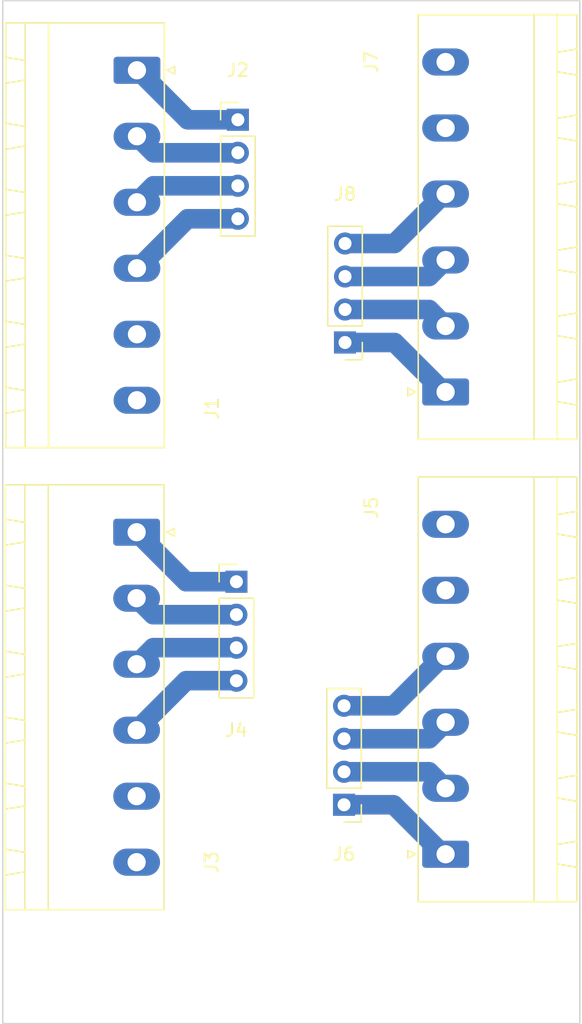
<source format=kicad_pcb>
(kicad_pcb (version 20211014) (generator pcbnew)
  (layers (0 "F.Cu" signal) (31 "B.Cu" signal) (34 "B.Paste" user) (35 "F.Paste" user) (36 "B.SilkS" user "B.Silkscreen") (37 "F.SilkS" user "F.Silkscreen") (38 "B.Mask" user) (39 "F.Mask" user) (44 "Edge.Cuts" user))
  (net 0 "")
  (net 1 "Net-(J2-Pad1)")
  (net 2 "Net-(J2-Pad2)")
  (net 3 "Net-(J2-Pad3)")
  (net 4 "Net-(J2-Pad4)")
  (net 7 "Net-(J3-Pad1)")
  (net 8 "Net-(J3-Pad2)")
  (net 9 "Net-(J3-Pad3)")
  (net 10 "Net-(J3-Pad4)")
  (net 13 "Net-(J5-Pad1)")
  (net 14 "Net-(J5-Pad2)")
  (net 15 "Net-(J5-Pad3)")
  (net 16 "Net-(J5-Pad4)")
  (net 19 "Net-(J7-Pad1)")
  (net 20 "Net-(J7-Pad2)")
  (net 21 "Net-(J7-Pad3)")
  (net 22 "Net-(J7-Pad4)")
  (footprint "MountingHole:MountingHole_3mm" (layer "F.Cu") (at 136 66)
    (fp_text reference "Hole1" hide)
    (fp_text value "MountingHole_3mm" hide)
    (pad "" np_thru_hole circle (at 0 0) (size 3 3) (drill 3) (layers *.Cu *.Mask))
  )
  (footprint "Connector_PinHeader_2.54mm:PinHeader_1x04_P2.54mm_Vertical" (layer "F.Cu") (at 138.9888 123.8504 180)
    (fp_text reference "J6" (at 0 -3.82) (layer "F.SilkS"))
    (fp_text value "X Axis")
    (fp_line (start -1.33 1.27) (end 1.33 1.27) (layer "F.SilkS") (width 0.12))
    (fp_line (start -1.33 8.95) (end 1.33 8.95) (layer "F.SilkS") (width 0.12))
    (fp_line (start -1.33 -1.33) (end 0 -1.33) (layer "F.SilkS") (width 0.12))
    (fp_line (start -1.33 0) (end -1.33 -1.33) (layer "F.SilkS") (width 0.12))
    (fp_line (start -1.33 1.27) (end -1.33 8.95) (layer "F.SilkS") (width 0.12))
    (fp_line (start 1.33 1.27) (end 1.33 8.95) (layer "F.SilkS") (width 0.12))
    (pad "1" thru_hole rect (at 0 0 180) (size 1.7 1.7) (drill 1) (layers *.Cu *.Mask) (net 13 "Net-(J5-Pad1)"))
    (pad "2" thru_hole oval (at 0 2.54 180) (size 1.7 1.7) (drill 1) (layers *.Cu *.Mask) (net 14 "Net-(J5-Pad2)"))
    (pad "3" thru_hole oval (at 0 5.08 180) (size 1.7 1.7) (drill 1) (layers *.Cu *.Mask) (net 15 "Net-(J5-Pad3)"))
    (pad "4" thru_hole oval (at 0 7.62 180) (size 1.7 1.7) (drill 1) (layers *.Cu *.Mask) (net 16 "Net-(J5-Pad4)"))
  )
  (footprint "Connector_PinHeader_2.54mm:PinHeader_1x04_P2.54mm_Vertical" (layer "F.Cu") (at 130.81 71.12)
    (fp_text reference "J2" (at 0 -3.81) (layer "F.SilkS"))
    (fp_text value "A Axis")
    (fp_line (start -1.33 8.95) (end 1.33 8.95) (layer "F.SilkS") (width 0.12))
    (fp_line (start -1.33 1.27) (end 1.33 1.27) (layer "F.SilkS") (width 0.12))
    (fp_line (start -1.33 1.27) (end -1.33 8.95) (layer "F.SilkS") (width 0.12))
    (fp_line (start 1.33 1.27) (end 1.33 8.95) (layer "F.SilkS") (width 0.12))
    (fp_line (start -1.33 0) (end -1.33 -1.33) (layer "F.SilkS") (width 0.12))
    (fp_line (start -1.33 -1.33) (end 0 -1.33) (layer "F.SilkS") (width 0.12))
    (pad "1" thru_hole rect (at 0 0) (size 1.7 1.7) (drill 1) (layers *.Cu *.Mask) (net 1 "Net-(J2-Pad1)"))
    (pad "2" thru_hole oval (at 0 2.54) (size 1.7 1.7) (drill 1) (layers *.Cu *.Mask) (net 2 "Net-(J2-Pad2)"))
    (pad "3" thru_hole oval (at 0 5.08) (size 1.7 1.7) (drill 1) (layers *.Cu *.Mask) (net 3 "Net-(J2-Pad3)"))
    (pad "4" thru_hole oval (at 0 7.62) (size 1.7 1.7) (drill 1) (layers *.Cu *.Mask) (net 4 "Net-(J2-Pad4)"))
  )
  (footprint "Connector_Phoenix_MSTB:PhoenixContact_MSTBA_2,5_6-G-5,08_1x06_P5.08mm_Horizontal" (layer "F.Cu") (at 146.812 127.6604 90)
    (fp_text reference "J5" (at 26.67 -5.715 90) (layer "F.SilkS"))
    (fp_text value "X Axis")
    (fp_line (start 4.33 8.61) (end 4.08 10.11) (layer "F.SilkS") (width 0.12))
    (fp_line (start 4.08 10.11) (end 6.08 10.11) (layer "F.SilkS") (width 0.12))
    (fp_line (start -1 10.11) (end 1 10.11) (layer "F.SilkS") (width 0.12))
    (fp_line (start 14.49 8.61) (end 14.24 10.11) (layer "F.SilkS") (width 0.12))
    (fp_line (start 19.57 8.61) (end 19.32 10.11) (layer "F.SilkS") (width 0.12))
    (fp_line (start 11.16 10.11) (end 10.91 8.61) (layer "F.SilkS") (width 0.12))
    (fp_line (start 0.75 8.61) (end -0.75 8.61) (layer "F.SilkS") (width 0.12))
    (fp_line (start 21.32 10.11) (end 21.07 8.61) (layer "F.SilkS") (width 0.12))
    (fp_line (start -3.65 8.61) (end -3.65 6.81) (layer "F.SilkS") (width 0.12))
    (fp_line (start -0.3 -2.91) (end 0.3 -2.91) (layer "F.SilkS") (width 0.12))
    (fp_line (start -3.65 -2.11) (end -3.65 10.11) (layer "F.SilkS") (width 0.12))
    (fp_line (start 9.41 8.61) (end 9.16 10.11) (layer "F.SilkS") (width 0.12))
    (fp_line (start 6.08 10.11) (end 5.83 8.61) (layer "F.SilkS") (width 0.12))
    (fp_line (start 9.16 10.11) (end 11.16 10.11) (layer "F.SilkS") (width 0.12))
    (fp_line (start 1 10.11) (end 0.75 8.61) (layer "F.SilkS") (width 0.12))
    (fp_line (start 21.07 8.61) (end 19.57 8.61) (layer "F.SilkS") (width 0.12))
    (fp_line (start -0.75 8.61) (end -1 10.11) (layer "F.SilkS") (width 0.12))
    (fp_line (start -3.65 10.11) (end 29.05 10.11) (layer "F.SilkS") (width 0.12))
    (fp_line (start 26.15 8.61) (end 24.65 8.61) (layer "F.SilkS") (width 0.12))
    (fp_line (start 15.99 8.61) (end 14.49 8.61) (layer "F.SilkS") (width 0.12))
    (fp_line (start 19.32 10.11) (end 21.32 10.11) (layer "F.SilkS") (width 0.12))
    (fp_line (start 16.24 10.11) (end 15.99 8.61) (layer "F.SilkS") (width 0.12))
    (fp_line (start 29.05 8.61) (end -3.65 8.61) (layer "F.SilkS") (width 0.12))
    (fp_line (start 26.4 10.11) (end 26.15 8.61) (layer "F.SilkS") (width 0.12))
    (fp_line (start 0.3 -2.91) (end 0 -2.31) (layer "F.SilkS") (width 0.12))
    (fp_line (start -3.65 6.81) (end 29.05 6.81) (layer "F.SilkS") (width 0.12))
    (fp_line (start 10.91 8.61) (end 9.41 8.61) (layer "F.SilkS") (width 0.12))
    (fp_line (start 29.05 6.81) (end 29.05 8.61) (layer "F.SilkS") (width 0.12))
    (fp_line (start 14.24 10.11) (end 16.24 10.11) (layer "F.SilkS") (width 0.12))
    (fp_line (start 0 -2.31) (end -0.3 -2.91) (layer "F.SilkS") (width 0.12))
    (fp_line (start 29.05 -2.11) (end -3.65 -2.11) (layer "F.SilkS") (width 0.12))
    (fp_line (start 29.05 10.11) (end 29.05 -2.11) (layer "F.SilkS") (width 0.12))
    (fp_line (start 24.4 10.11) (end 26.4 10.11) (layer "F.SilkS") (width 0.12))
    (fp_line (start 5.83 8.61) (end 4.33 8.61) (layer "F.SilkS") (width 0.12))
    (fp_line (start 24.65 8.61) (end 24.4 10.11) (layer "F.SilkS") (width 0.12))
    (pad "1" thru_hole roundrect (at 0 0 90) (size 2.08 3.6) (drill 1.4) (layers *.Cu *.Mask) (roundrect_rratio 0.1201918269) (net 13 "Net-(J5-Pad1)"))
    (pad "2" thru_hole oval (at 5.08 0 90) (size 2.08 3.6) (drill 1.4) (layers *.Cu *.Mask) (net 14 "Net-(J5-Pad2)"))
    (pad "3" thru_hole oval (at 10.16 0 90) (size 2.08 3.6) (drill 1.4) (layers *.Cu *.Mask) (net 15 "Net-(J5-Pad3)"))
    (pad "4" thru_hole oval (at 15.24 0 90) (size 2.08 3.6) (drill 1.4) (layers *.Cu *.Mask) (net 16 "Net-(J5-Pad4)"))
    (pad "5" thru_hole oval (at 20.32 0 90) (size 2.08 3.6) (drill 1.4) (layers *.Cu *.Mask))
    (pad "6" thru_hole oval (at 25.4 0 90) (size 2.08 3.6) (drill 1.4) (layers *.Cu *.Mask))
  )
  (footprint "Connector_PinHeader_2.54mm:PinHeader_1x04_P2.54mm_Vertical" (layer "F.Cu") (at 130.6972 106.68)
    (fp_text reference "J4" (at 0 11.42) (layer "F.SilkS"))
    (fp_text value "Z Axis")
    (fp_line (start 1.33 1.27) (end 1.33 8.95) (layer "F.SilkS") (width 0.12))
    (fp_line (start -1.33 1.27) (end -1.33 8.95) (layer "F.SilkS") (width 0.12))
    (fp_line (start -1.33 -1.33) (end 0 -1.33) (layer "F.SilkS") (width 0.12))
    (fp_line (start -1.33 1.27) (end 1.33 1.27) (layer "F.SilkS") (width 0.12))
    (fp_line (start -1.33 8.95) (end 1.33 8.95) (layer "F.SilkS") (width 0.12))
    (fp_line (start -1.33 0) (end -1.33 -1.33) (layer "F.SilkS") (width 0.12))
    (pad "1" thru_hole rect (at 0 0) (size 1.7 1.7) (drill 1) (layers *.Cu *.Mask) (net 7 "Net-(J3-Pad1)"))
    (pad "2" thru_hole oval (at 0 2.54) (size 1.7 1.7) (drill 1) (layers *.Cu *.Mask) (net 8 "Net-(J3-Pad2)"))
    (pad "3" thru_hole oval (at 0 5.08) (size 1.7 1.7) (drill 1) (layers *.Cu *.Mask) (net 9 "Net-(J3-Pad3)"))
    (pad "4" thru_hole oval (at 0 7.62) (size 1.7 1.7) (drill 1) (layers *.Cu *.Mask) (net 10 "Net-(J3-Pad4)"))
  )
  (footprint "MountingHole:MountingHole_3mm" (layer "F.Cu") (at 150 137)
    (fp_text reference "Hole3" hide)
    (fp_text value "MountingHole_3mm" hide)
    (pad "" np_thru_hole circle (at 0 0) (size 3 3) (drill 3) (layers *.Cu *.Mask))
  )
  (footprint "Connector_PinHeader_2.54mm:PinHeader_1x04_P2.54mm_Vertical" (layer "F.Cu") (at 139.065 88.265 180)
    (fp_text reference "J8" (at 0 11.42) (layer "F.SilkS"))
    (fp_text value "Y Axis")
    (fp_line (start -1.33 1.27) (end 1.33 1.27) (layer "F.SilkS") (width 0.12))
    (fp_line (start 1.33 1.27) (end 1.33 8.95) (layer "F.SilkS") (width 0.12))
    (fp_line (start -1.33 -1.33) (end 0 -1.33) (layer "F.SilkS") (width 0.12))
    (fp_line (start -1.33 8.95) (end 1.33 8.95) (layer "F.SilkS") (width 0.12))
    (fp_line (start -1.33 0) (end -1.33 -1.33) (layer "F.SilkS") (width 0.12))
    (fp_line (start -1.33 1.27) (end -1.33 8.95) (layer "F.SilkS") (width 0.12))
    (pad "1" thru_hole rect (at 0 0 180) (size 1.7 1.7) (drill 1) (layers *.Cu *.Mask) (net 19 "Net-(J7-Pad1)"))
    (pad "2" thru_hole oval (at 0 2.54 180) (size 1.7 1.7) (drill 1) (layers *.Cu *.Mask) (net 20 "Net-(J7-Pad2)"))
    (pad "3" thru_hole oval (at 0 5.08 180) (size 1.7 1.7) (drill 1) (layers *.Cu *.Mask) (net 21 "Net-(J7-Pad3)"))
    (pad "4" thru_hole oval (at 0 7.62 180) (size 1.7 1.7) (drill 1) (layers *.Cu *.Mask) (net 22 "Net-(J7-Pad4)"))
  )
  (footprint "Connector_Phoenix_MSTB:PhoenixContact_MSTBA_2,5_6-G-5,08_1x06_P5.08mm_Horizontal" (layer "F.Cu") (at 123.0122 102.87 -90)
    (fp_text reference "J3" (at 25.4 -5.78 90) (layer "F.SilkS"))
    (fp_text value "Z Axis")
    (fp_line (start 29.05 8.61) (end -3.65 8.61) (layer "F.SilkS") (width 0.12))
    (fp_line (start 16.24 10.11) (end 15.99 8.61) (layer "F.SilkS") (width 0.12))
    (fp_line (start 24.4 10.11) (end 26.4 10.11) (layer "F.SilkS") (width 0.12))
    (fp_line (start 29.05 -2.11) (end -3.65 -2.11) (layer "F.SilkS") (width 0.12))
    (fp_line (start 9.16 10.11) (end 11.16 10.11) (layer "F.SilkS") (width 0.12))
    (fp_line (start 19.32 10.11) (end 21.32 10.11) (layer "F.SilkS") (width 0.12))
    (fp_line (start 21.32 10.11) (end 21.07 8.61) (layer "F.SilkS") (width 0.12))
    (fp_line (start 0 -2.31) (end -0.3 -2.91) (layer "F.SilkS") (width 0.12))
    (fp_line (start 26.15 8.61) (end 24.65 8.61) (layer "F.SilkS") (width 0.12))
    (fp_line (start 4.08 10.11) (end 6.08 10.11) (layer "F.SilkS") (width 0.12))
    (fp_line (start -1 10.11) (end 1 10.11) (layer "F.SilkS") (width 0.12))
    (fp_line (start 15.99 8.61) (end 14.49 8.61) (layer "F.SilkS") (width 0.12))
    (fp_line (start 6.08 10.11) (end 5.83 8.61) (layer "F.SilkS") (width 0.12))
    (fp_line (start -0.75 8.61) (end -1 10.11) (layer "F.SilkS") (width 0.12))
    (fp_line (start -3.65 -2.11) (end -3.65 10.11) (layer "F.SilkS") (width 0.12))
    (fp_line (start 14.49 8.61) (end 14.24 10.11) (layer "F.SilkS") (width 0.12))
    (fp_line (start -3.65 8.61) (end -3.65 6.81) (layer "F.SilkS") (width 0.12))
    (fp_line (start 26.4 10.11) (end 26.15 8.61) (layer "F.SilkS") (width 0.12))
    (fp_line (start 24.65 8.61) (end 24.4 10.11) (layer "F.SilkS") (width 0.12))
    (fp_line (start 1 10.11) (end 0.75 8.61) (layer "F.SilkS") (width 0.12))
    (fp_line (start 21.07 8.61) (end 19.57 8.61) (layer "F.SilkS") (width 0.12))
    (fp_line (start -3.65 6.81) (end 29.05 6.81) (layer "F.SilkS") (width 0.12))
    (fp_line (start 5.83 8.61) (end 4.33 8.61) (layer "F.SilkS") (width 0.12))
    (fp_line (start 9.41 8.61) (end 9.16 10.11) (layer "F.SilkS") (width 0.12))
    (fp_line (start 14.24 10.11) (end 16.24 10.11) (layer "F.SilkS") (width 0.12))
    (fp_line (start 4.33 8.61) (end 4.08 10.11) (layer "F.SilkS") (width 0.12))
    (fp_line (start -0.3 -2.91) (end 0.3 -2.91) (layer "F.SilkS") (width 0.12))
    (fp_line (start 0.75 8.61) (end -0.75 8.61) (layer "F.SilkS") (width 0.12))
    (fp_line (start -3.65 10.11) (end 29.05 10.11) (layer "F.SilkS") (width 0.12))
    (fp_line (start 29.05 10.11) (end 29.05 -2.11) (layer "F.SilkS") (width 0.12))
    (fp_line (start 19.57 8.61) (end 19.32 10.11) (layer "F.SilkS") (width 0.12))
    (fp_line (start 29.05 6.81) (end 29.05 8.61) (layer "F.SilkS") (width 0.12))
    (fp_line (start 0.3 -2.91) (end 0 -2.31) (layer "F.SilkS") (width 0.12))
    (fp_line (start 11.16 10.11) (end 10.91 8.61) (layer "F.SilkS") (width 0.12))
    (fp_line (start 10.91 8.61) (end 9.41 8.61) (layer "F.SilkS") (width 0.12))
    (pad "1" thru_hole roundrect (at 0 0 270) (size 2.08 3.6) (drill 1.4) (layers *.Cu *.Mask) (roundrect_rratio 0.1201918269) (net 7 "Net-(J3-Pad1)"))
    (pad "2" thru_hole oval (at 5.08 0 270) (size 2.08 3.6) (drill 1.4) (layers *.Cu *.Mask) (net 8 "Net-(J3-Pad2)"))
    (pad "3" thru_hole oval (at 10.16 0 270) (size 2.08 3.6) (drill 1.4) (layers *.Cu *.Mask) (net 9 "Net-(J3-Pad3)"))
    (pad "4" thru_hole oval (at 15.24 0 270) (size 2.08 3.6) (drill 1.4) (layers *.Cu *.Mask) (net 10 "Net-(J3-Pad4)"))
    (pad "5" thru_hole oval (at 20.32 0 270) (size 2.08 3.6) (drill 1.4) (layers *.Cu *.Mask))
    (pad "6" thru_hole oval (at 25.4 0 270) (size 2.08 3.6) (drill 1.4) (layers *.Cu *.Mask))
  )
  (footprint "Connector_Phoenix_MSTB:PhoenixContact_MSTBA_2,5_6-G-5,08_1x06_P5.08mm_Horizontal" (layer "F.Cu") (at 146.812 92.075 90)
    (fp_text reference "J7" (at 25.4 -5.715 90) (layer "F.SilkS"))
    (fp_text value "Y Axis")
    (fp_line (start -1 10.11) (end 1 10.11) (layer "F.SilkS") (width 0.12))
    (fp_line (start 11.16 10.11) (end 10.91 8.61) (layer "F.SilkS") (width 0.12))
    (fp_line (start 9.16 10.11) (end 11.16 10.11) (layer "F.SilkS") (width 0.12))
    (fp_line (start 29.05 6.81) (end 29.05 8.61) (layer "F.SilkS") (width 0.12))
    (fp_line (start 29.05 8.61) (end -3.65 8.61) (layer "F.SilkS") (width 0.12))
    (fp_line (start -0.75 8.61) (end -1 10.11) (layer "F.SilkS") (width 0.12))
    (fp_line (start 24.4 10.11) (end 26.4 10.11) (layer "F.SilkS") (width 0.12))
    (fp_line (start 4.33 8.61) (end 4.08 10.11) (layer "F.SilkS") (width 0.12))
    (fp_line (start -3.65 6.81) (end 29.05 6.81) (layer "F.SilkS") (width 0.12))
    (fp_line (start 0 -2.31) (end -0.3 -2.91) (layer "F.SilkS") (width 0.12))
    (fp_line (start 0.75 8.61) (end -0.75 8.61) (layer "F.SilkS") (width 0.12))
    (fp_line (start 24.65 8.61) (end 24.4 10.11) (layer "F.SilkS") (width 0.12))
    (fp_line (start 21.32 10.11) (end 21.07 8.61) (layer "F.SilkS") (width 0.12))
    (fp_line (start 21.07 8.61) (end 19.57 8.61) (layer "F.SilkS") (width 0.12))
    (fp_line (start 29.05 10.11) (end 29.05 -2.11) (layer "F.SilkS") (width 0.12))
    (fp_line (start 19.32 10.11) (end 21.32 10.11) (layer "F.SilkS") (width 0.12))
    (fp_line (start 9.41 8.61) (end 9.16 10.11) (layer "F.SilkS") (width 0.12))
    (fp_line (start 14.49 8.61) (end 14.24 10.11) (layer "F.SilkS") (width 0.12))
    (fp_line (start 19.57 8.61) (end 19.32 10.11) (layer "F.SilkS") (width 0.12))
    (fp_line (start 29.05 -2.11) (end -3.65 -2.11) (layer "F.SilkS") (width 0.12))
    (fp_line (start -3.65 8.61) (end -3.65 6.81) (layer "F.SilkS") (width 0.12))
    (fp_line (start -3.65 10.11) (end 29.05 10.11) (layer "F.SilkS") (width 0.12))
    (fp_line (start 15.99 8.61) (end 14.49 8.61) (layer "F.SilkS") (width 0.12))
    (fp_line (start -3.65 -2.11) (end -3.65 10.11) (layer "F.SilkS") (width 0.12))
    (fp_line (start 0.3 -2.91) (end 0 -2.31) (layer "F.SilkS") (width 0.12))
    (fp_line (start 5.83 8.61) (end 4.33 8.61) (layer "F.SilkS") (width 0.12))
    (fp_line (start 14.24 10.11) (end 16.24 10.11) (layer "F.SilkS") (width 0.12))
    (fp_line (start 4.08 10.11) (end 6.08 10.11) (layer "F.SilkS") (width 0.12))
    (fp_line (start 10.91 8.61) (end 9.41 8.61) (layer "F.SilkS") (width 0.12))
    (fp_line (start 16.24 10.11) (end 15.99 8.61) (layer "F.SilkS") (width 0.12))
    (fp_line (start 26.4 10.11) (end 26.15 8.61) (layer "F.SilkS") (width 0.12))
    (fp_line (start 6.08 10.11) (end 5.83 8.61) (layer "F.SilkS") (width 0.12))
    (fp_line (start 26.15 8.61) (end 24.65 8.61) (layer "F.SilkS") (width 0.12))
    (fp_line (start 1 10.11) (end 0.75 8.61) (layer "F.SilkS") (width 0.12))
    (fp_line (start -0.3 -2.91) (end 0.3 -2.91) (layer "F.SilkS") (width 0.12))
    (pad "1" thru_hole roundrect (at 0 0 90) (size 2.08 3.6) (drill 1.4) (layers *.Cu *.Mask) (roundrect_rratio 0.1201918269) (net 19 "Net-(J7-Pad1)"))
    (pad "2" thru_hole oval (at 5.08 0 90) (size 2.08 3.6) (drill 1.4) (layers *.Cu *.Mask) (net 20 "Net-(J7-Pad2)"))
    (pad "3" thru_hole oval (at 10.16 0 90) (size 2.08 3.6) (drill 1.4) (layers *.Cu *.Mask) (net 21 "Net-(J7-Pad3)"))
    (pad "4" thru_hole oval (at 15.24 0 90) (size 2.08 3.6) (drill 1.4) (layers *.Cu *.Mask) (net 22 "Net-(J7-Pad4)"))
    (pad "5" thru_hole oval (at 20.32 0 90) (size 2.08 3.6) (drill 1.4) (layers *.Cu *.Mask))
    (pad "6" thru_hole oval (at 25.4 0 90) (size 2.08 3.6) (drill 1.4) (layers *.Cu *.Mask))
  )
  (footprint "Connector_Phoenix_MSTB:PhoenixContact_MSTBA_2,5_6-G-5,08_1x06_P5.08mm_Horizontal" (layer "F.Cu") (at 123.0376 67.31 -90)
    (fp_text reference "J1" (at 26.035 -5.78 90) (layer "F.SilkS"))
    (fp_text value "A Axis")
    (fp_line (start 29.05 8.61) (end -3.65 8.61) (layer "F.SilkS") (width 0.12))
    (fp_line (start 15.99 8.61) (end 14.49 8.61) (layer "F.SilkS") (width 0.12))
    (fp_line (start 6.08 10.11) (end 5.83 8.61) (layer "F.SilkS") (width 0.12))
    (fp_line (start 5.83 8.61) (end 4.33 8.61) (layer "F.SilkS") (width 0.12))
    (fp_line (start 9.41 8.61) (end 9.16 10.11) (layer "F.SilkS") (width 0.12))
    (fp_line (start 19.57 8.61) (end 19.32 10.11) (layer "F.SilkS") (width 0.12))
    (fp_line (start -1 10.11) (end 1 10.11) (layer "F.SilkS") (width 0.12))
    (fp_line (start 29.05 -2.11) (end -3.65 -2.11) (layer "F.SilkS") (width 0.12))
    (fp_line (start -0.3 -2.91) (end 0.3 -2.91) (layer "F.SilkS") (width 0.12))
    (fp_line (start -3.65 -2.11) (end -3.65 10.11) (layer "F.SilkS") (width 0.12))
    (fp_line (start 11.16 10.11) (end 10.91 8.61) (layer "F.SilkS") (width 0.12))
    (fp_line (start 0.3 -2.91) (end 0 -2.31) (layer "F.SilkS") (width 0.12))
    (fp_line (start 21.07 8.61) (end 19.57 8.61) (layer "F.SilkS") (width 0.12))
    (fp_line (start -3.65 10.11) (end 29.05 10.11) (layer "F.SilkS") (width 0.12))
    (fp_line (start -0.75 8.61) (end -1 10.11) (layer "F.SilkS") (width 0.12))
    (fp_line (start 1 10.11) (end 0.75 8.61) (layer "F.SilkS") (width 0.12))
    (fp_line (start 14.24 10.11) (end 16.24 10.11) (layer "F.SilkS") (width 0.12))
    (fp_line (start -3.65 8.61) (end -3.65 6.81) (layer "F.SilkS") (width 0.12))
    (fp_line (start 19.32 10.11) (end 21.32 10.11) (layer "F.SilkS") (width 0.12))
    (fp_line (start 4.08 10.11) (end 6.08 10.11) (layer "F.SilkS") (width 0.12))
    (fp_line (start 0 -2.31) (end -0.3 -2.91) (layer "F.SilkS") (width 0.12))
    (fp_line (start 16.24 10.11) (end 15.99 8.61) (layer "F.SilkS") (width 0.12))
    (fp_line (start 26.4 10.11) (end 26.15 8.61) (layer "F.SilkS") (width 0.12))
    (fp_line (start 29.05 10.11) (end 29.05 -2.11) (layer "F.SilkS") (width 0.12))
    (fp_line (start 14.49 8.61) (end 14.24 10.11) (layer "F.SilkS") (width 0.12))
    (fp_line (start 29.05 6.81) (end 29.05 8.61) (layer "F.SilkS") (width 0.12))
    (fp_line (start 0.75 8.61) (end -0.75 8.61) (layer "F.SilkS") (width 0.12))
    (fp_line (start 4.33 8.61) (end 4.08 10.11) (layer "F.SilkS") (width 0.12))
    (fp_line (start -3.65 6.81) (end 29.05 6.81) (layer "F.SilkS") (width 0.12))
    (fp_line (start 10.91 8.61) (end 9.41 8.61) (layer "F.SilkS") (width 0.12))
    (fp_line (start 21.32 10.11) (end 21.07 8.61) (layer "F.SilkS") (width 0.12))
    (fp_line (start 24.4 10.11) (end 26.4 10.11) (layer "F.SilkS") (width 0.12))
    (fp_line (start 26.15 8.61) (end 24.65 8.61) (layer "F.SilkS") (width 0.12))
    (fp_line (start 9.16 10.11) (end 11.16 10.11) (layer "F.SilkS") (width 0.12))
    (fp_line (start 24.65 8.61) (end 24.4 10.11) (layer "F.SilkS") (width 0.12))
    (pad "1" thru_hole roundrect (at 0 0 270) (size 2.08 3.6) (drill 1.4) (layers *.Cu *.Mask) (roundrect_rratio 0.1201918269) (net 1 "Net-(J2-Pad1)"))
    (pad "2" thru_hole oval (at 5.08 0 270) (size 2.08 3.6) (drill 1.4) (layers *.Cu *.Mask) (net 2 "Net-(J2-Pad2)"))
    (pad "3" thru_hole oval (at 10.16 0 270) (size 2.08 3.6) (drill 1.4) (layers *.Cu *.Mask) (net 3 "Net-(J2-Pad3)"))
    (pad "4" thru_hole oval (at 15.24 0 270) (size 2.08 3.6) (drill 1.4) (layers *.Cu *.Mask) (net 4 "Net-(J2-Pad4)"))
    (pad "5" thru_hole oval (at 20.32 0 270) (size 2.08 3.6) (drill 1.4) (layers *.Cu *.Mask))
    (pad "6" thru_hole oval (at 25.4 0 270) (size 2.08 3.6) (drill 1.4) (layers *.Cu *.Mask))
  )
  (footprint "MountingHole:MountingHole_3mm" (layer "F.Cu") (at 120 137)
    (fp_text reference "Hole4" hide)
    (fp_text value "MountingHole_3mm" hide)
    (pad "" np_thru_hole circle (at 0 0) (size 3 3) (drill 3) (layers *.Cu *.Mask))
  )
  (gr_rect (start 112.6998 61.9506) (end 157.1498 140.6906) (layer "Edge.Cuts") (width 0.1) (fill none))
  (segment (start 126.935 71.12) (end 123.125 67.31) (width 1.5) (layer "F.Cu") (net 1))
  (segment (start 130.81 71.12) (end 126.935 71.12) (width 1.5) (layer "F.Cu") (net 1))
  (segment (start 123.125 67.31) (end 123.0376 67.31) (width 1.5) (layer "F.Cu") (net 1))
  (segment (start 123.125 67.31) (end 123.0376 67.31) (width 1.5) (layer "B.Cu") (net 1))
  (segment (start 130.81 71.12) (end 126.935 71.12) (width 1.5) (layer "B.Cu") (net 1))
  (segment (start 126.935 71.12) (end 123.125 67.31) (width 1.5) (layer "B.Cu") (net 1))
  (segment (start 130.81 73.66) (end 124.3076 73.66) (width 1.5) (layer "F.Cu") (net 2))
  (segment (start 124.3076 73.66) (end 123.0376 72.39) (width 1.5) (layer "F.Cu") (net 2))
  (segment (start 130.81 73.66) (end 124.3076 73.66) (width 1.5) (layer "B.Cu") (net 2))
  (segment (start 124.3076 73.66) (end 123.0376 72.39) (width 1.5) (layer "B.Cu") (net 2))
  (segment (start 124.3076 76.2) (end 123.0376 77.47) (width 1.5) (layer "F.Cu") (net 3))
  (segment (start 130.81 76.2) (end 124.3076 76.2) (width 1.5) (layer "F.Cu") (net 3))
  (segment (start 130.81 76.2) (end 124.3076 76.2) (width 1.5) (layer "B.Cu") (net 3))
  (segment (start 124.3076 76.2) (end 123.0376 77.47) (width 1.5) (layer "B.Cu") (net 3))
  (segment (start 130.81 78.74) (end 126.935 78.74) (width 1.5) (layer "F.Cu") (net 4))
  (segment (start 123.125 82.55) (end 123.0376 82.55) (width 1.5) (layer "F.Cu") (net 4))
  (segment (start 126.935 78.74) (end 123.125 82.55) (width 1.5) (layer "F.Cu") (net 4))
  (segment (start 123.125 82.55) (end 123.0376 82.55) (width 1.5) (layer "B.Cu") (net 4))
  (segment (start 126.935 78.74) (end 123.125 82.55) (width 1.5) (layer "B.Cu") (net 4))
  (segment (start 130.81 78.74) (end 126.935 78.74) (width 1.5) (layer "B.Cu") (net 4))
  (segment (start 126.8222 106.68) (end 123.0122 102.87) (width 1.5) (layer "F.Cu") (net 7))
  (segment (start 130.6972 106.68) (end 126.8222 106.68) (width 1.5) (layer "F.Cu") (net 7))
  (segment (start 126.8222 106.68) (end 123.0122 102.87) (width 1.5) (layer "B.Cu") (net 7))
  (segment (start 130.6972 106.68) (end 126.8222 106.68) (width 1.5) (layer "B.Cu") (net 7))
  (segment (start 124.2822 109.22) (end 123.0122 107.95) (width 1.5) (layer "F.Cu") (net 8))
  (segment (start 130.6972 109.22) (end 124.2822 109.22) (width 1.5) (layer "F.Cu") (net 8))
  (segment (start 130.6972 109.22) (end 124.2822 109.22) (width 1.5) (layer "B.Cu") (net 8))
  (segment (start 124.2822 109.22) (end 123.0122 107.95) (width 1.5) (layer "B.Cu") (net 8))
  (segment (start 130.6972 111.76) (end 124.2822 111.76) (width 1.5) (layer "F.Cu") (net 9))
  (segment (start 124.2822 111.76) (end 123.0122 113.03) (width 1.5) (layer "F.Cu") (net 9))
  (segment (start 130.6972 111.76) (end 124.2822 111.76) (width 1.5) (layer "B.Cu") (net 9))
  (segment (start 124.2822 111.76) (end 123.0122 113.03) (width 1.5) (layer "B.Cu") (net 9))
  (segment (start 126.8222 114.3) (end 123.0122 118.11) (width 1.5) (layer "F.Cu") (net 10))
  (segment (start 130.6972 114.3) (end 126.8222 114.3) (width 1.5) (layer "F.Cu") (net 10))
  (segment (start 130.6972 114.3) (end 126.8222 114.3) (width 1.5) (layer "B.Cu") (net 10))
  (segment (start 126.8222 114.3) (end 123.0122 118.11) (width 1.5) (layer "B.Cu") (net 10))
  (segment (start 142.7988 123.8504) (end 146.6088 127.6604) (width 1.5) (layer "F.Cu") (net 13))
  (segment (start 138.9888 123.8504) (end 142.7988 123.8504) (width 1.5) (layer "F.Cu") (net 13))
  (segment (start 146.6088 127.6604) (end 146.812 127.6604) (width 1.5) (layer "F.Cu") (net 13))
  (segment (start 138.9888 123.8504) (end 142.7988 123.8504) (width 1.5) (layer "B.Cu") (net 13))
  (segment (start 146.6088 127.6604) (end 146.812 127.6604) (width 1.5) (layer "B.Cu") (net 13))
  (segment (start 142.7988 123.8504) (end 146.6088 127.6604) (width 1.5) (layer "B.Cu") (net 13))
  (segment (start 145.542 121.3104) (end 146.812 122.5804) (width 1.5) (layer "F.Cu") (net 14))
  (segment (start 138.9888 121.3104) (end 145.542 121.3104) (width 1.5) (layer "F.Cu") (net 14))
  (segment (start 145.542 121.3104) (end 146.812 122.5804) (width 1.5) (layer "B.Cu") (net 14))
  (segment (start 138.9888 121.3104) (end 145.542 121.3104) (width 1.5) (layer "B.Cu") (net 14))
  (segment (start 145.542 118.7704) (end 146.812 117.5004) (width 1.5) (layer "F.Cu") (net 15))
  (segment (start 138.9888 118.7704) (end 145.542 118.7704) (width 1.5) (layer "F.Cu") (net 15))
  (segment (start 138.9888 118.7704) (end 145.542 118.7704) (width 1.5) (layer "B.Cu") (net 15))
  (segment (start 145.542 118.7704) (end 146.812 117.5004) (width 1.5) (layer "B.Cu") (net 15))
  (segment (start 138.9888 116.2304) (end 142.7988 116.2304) (width 1.5) (layer "F.Cu") (net 16))
  (segment (start 146.6088 112.4204) (end 146.812 112.4204) (width 1.5) (layer "F.Cu") (net 16))
  (segment (start 142.7988 116.2304) (end 146.6088 112.4204) (width 1.5) (layer "F.Cu") (net 16))
  (segment (start 146.6088 112.4204) (end 146.812 112.4204) (width 1.5) (layer "B.Cu") (net 16))
  (segment (start 138.9888 116.2304) (end 142.7988 116.2304) (width 1.5) (layer "B.Cu") (net 16))
  (segment (start 142.7988 116.2304) (end 146.6088 112.4204) (width 1.5) (layer "B.Cu") (net 16))
  (segment (start 146.685 92.075) (end 146.812 92.075) (width 1.5) (layer "F.Cu") (net 19))
  (segment (start 139.065 88.265) (end 142.875 88.265) (width 1.5) (layer "F.Cu") (net 19))
  (segment (start 142.875 88.265) (end 146.685 92.075) (width 1.5) (layer "F.Cu") (net 19))
  (segment (start 146.685 92.075) (end 146.812 92.075) (width 1.5) (layer "B.Cu") (net 19))
  (segment (start 139.065 88.265) (end 142.875 88.265) (width 1.5) (layer "B.Cu") (net 19))
  (segment (start 142.875 88.265) (end 146.685 92.075) (width 1.5) (layer "B.Cu") (net 19))
  (segment (start 139.065 85.725) (end 145.542 85.725) (width 1.5) (layer "F.Cu") (net 20))
  (segment (start 145.542 85.725) (end 146.812 86.995) (width 1.5) (layer "F.Cu") (net 20))
  (segment (start 139.065 85.725) (end 145.542 85.725) (width 1.5) (layer "B.Cu") (net 20))
  (segment (start 145.542 85.725) (end 146.812 86.995) (width 1.5) (layer "B.Cu") (net 20))
  (segment (start 145.542 83.185) (end 146.812 81.915) (width 1.5) (layer "F.Cu") (net 21))
  (segment (start 139.065 83.185) (end 145.542 83.185) (width 1.5) (layer "F.Cu") (net 21))
  (segment (start 139.065 83.185) (end 145.542 83.185) (width 1.5) (layer "B.Cu") (net 21))
  (segment (start 145.542 83.185) (end 146.812 81.915) (width 1.5) (layer "B.Cu") (net 21))
  (segment (start 139.065 80.645) (end 142.875 80.645) (width 1.5) (layer "F.Cu") (net 22))
  (segment (start 146.685 76.835) (end 146.812 76.835) (width 1.5) (layer "F.Cu") (net 22))
  (segment (start 142.875 80.645) (end 146.685 76.835) (width 1.5) (layer "F.Cu") (net 22))
  (segment (start 139.065 80.645) (end 142.875 80.645) (width 1.5) (layer "B.Cu") (net 22))
  (segment (start 142.875 80.645) (end 146.685 76.835) (width 1.5) (layer "B.Cu") (net 22))
  (segment (start 146.685 76.835) (end 146.812 76.835) (width 1.5) (layer "B.Cu") (net 22))
)
</source>
